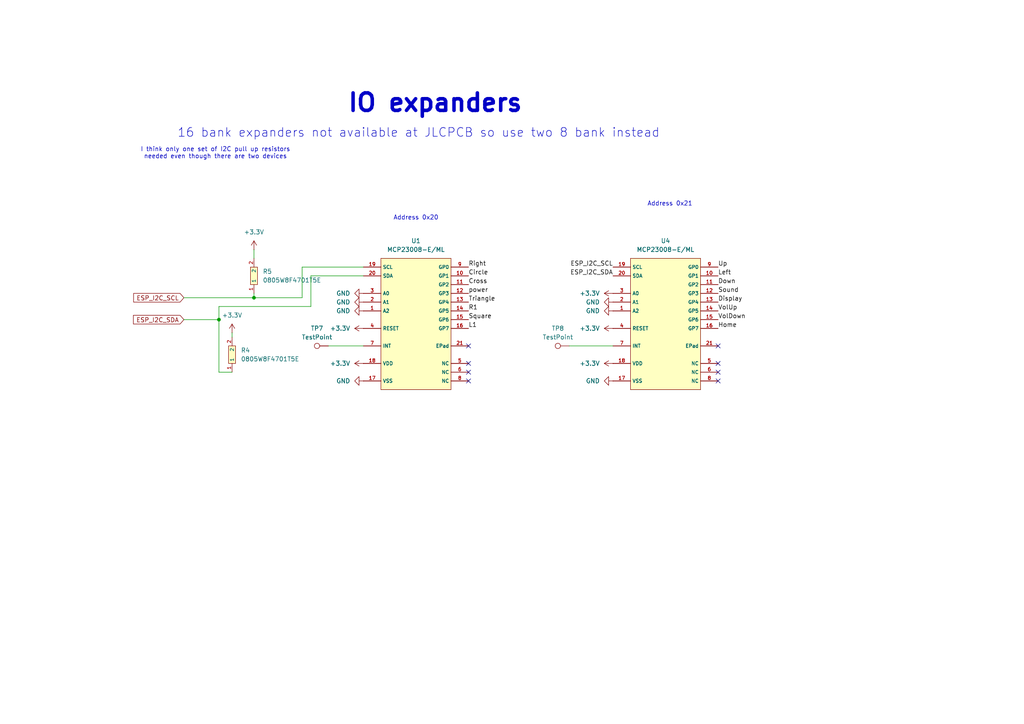
<source format=kicad_sch>
(kicad_sch (version 20231120) (generator "eeschema") (generator_version "8.0")
  (paper "A4")
  (title_block (title "PSP-Bluetooth") (date "2024-07-25") (rev "0.1") (comment 2 "https://github.com/ste2425/PSP-Bluetooth") (comment 4 "UNDER REVIEW - SUBJECT TO CHANGE"))
  (lib_symbols
    (symbol "Connector:TestPoint" (pin_numbers hide) (pin_names (offset 0.762) hide)
      (property "Reference" "TP" (at 0 6.858 0))
      (property "Value" "TestPoint" (at 0 5.08 0))
      (symbol "TestPoint_0_1"
        (circle (center 0 3.302) (radius 0.762))
      )
      (symbol "TestPoint_1_1"
        (pin passive line (at 0 0 90) (length 2.54) (name "1") (number "1"))
      )
    )
    (symbol "JLCPCB_schematic:0805W8F4701T5E"
      (property "Reference" "R" (at 0 1.27 0))
      (property "Value" "0805W8F4701T5E" (at 0 -2.54 0))
      (symbol "0805W8F4701T5E_0_1"
        (rectangle (start -2.54 1.016) (end 2.54 -1.016) (fill (type background)))
        (pin input line (at -5.08 0 0) (length 2.54) (name "1") (number "1"))
        (pin input line (at 5.08 0 180) (length 2.54) (name "2") (number "2"))
      )
    )
    (symbol "JLCPCB_schematic:MCP23008-E/ML"
      (property "Reference" "U" (at 0 1.27 0))
      (property "Value" "MCP23008-E{slash}ML" (at 0 -2.54 0))
      (symbol "MCP23008-E/ML_0_1"
        (rectangle (start -10.16 19.05) (end 10.16 -19.05) (fill (type background)))
        (pin unspecified line (at -15.24 3.81 0) (length 5.08) (name "A2") (number "1"))
        (pin bidirectional line (at 15.24 13.97 180) (length 5.08) (name "GP1") (number "10"))
        (pin bidirectional line (at 15.24 11.43 180) (length 5.08) (name "GP2") (number "11"))
        (pin bidirectional line (at 15.24 8.89 180) (length 5.08) (name "GP3") (number "12"))
        (pin bidirectional line (at 15.24 6.35 180) (length 5.08) (name "GP4") (number "13"))
        (pin bidirectional line (at 15.24 3.81 180) (length 5.08) (name "GP5") (number "14"))
        (pin bidirectional line (at 15.24 1.27 180) (length 5.08) (name "GP6") (number "15"))
        (pin bidirectional line (at 15.24 -1.27 180) (length 5.08) (name "GP7") (number "16"))
        (pin power_in line (at -15.24 -16.51 0) (length 5.08) (name "VSS") (number "17"))
        (pin power_in line (at -15.24 -11.43 0) (length 5.08) (name "VDD") (number "18"))
        (pin unspecified line (at -15.24 16.51 0) (length 5.08) (name "SCL") (number "19"))
        (pin unspecified line (at -15.24 6.35 0) (length 5.08) (name "A1") (number "2"))
        (pin bidirectional line (at -15.24 13.97 0) (length 5.08) (name "SDA") (number "20"))
        (pin unspecified line (at 15.24 -6.35 180) (length 5.08) (name "EPad") (number "21"))
        (pin unspecified line (at -15.24 8.89 0) (length 5.08) (name "A0") (number "3"))
        (pin unspecified line (at -15.24 -1.27 0) (length 5.08) (name "RESET") (number "4"))
        (pin unspecified line (at 15.24 -11.43 180) (length 5.08) (name "NC") (number "5"))
        (pin unspecified line (at 15.24 -13.97 180) (length 5.08) (name "NC") (number "6"))
        (pin unspecified line (at -15.24 -6.35 0) (length 5.08) (name "INT") (number "7"))
        (pin unspecified line (at 15.24 -16.51 180) (length 5.08) (name "NC") (number "8"))
        (pin bidirectional line (at 15.24 16.51 180) (length 5.08) (name "GP0") (number "9"))
      )
    )
    (symbol "power:+3.3V" (power) (pin_numbers hide) (pin_names (offset 0) hide)
      (property "Value" "+3.3V" (at 0 3.556 0))
      (symbol "+3.3V_0_1"
        (polyline (pts (xy -0.762 1.27) (xy 0 2.54)))
        (polyline (pts (xy 0 0) (xy 0 2.54)))
        (polyline (pts (xy 0 2.54) (xy 0.762 1.27)))
      )
      (symbol "+3.3V_1_1"
        (pin power_in line (at 0 0 90) (length 0) (name "~") (number "1"))
      )
    )
    (symbol "power:GND" (power) (pin_numbers hide) (pin_names (offset 0) hide)
      (property "Value" "GND" (at 0 -3.81 0))
      (symbol "GND_0_1"
        (polyline (pts (xy 0 0) (xy 0 -1.27) (xy 1.27 -1.27) (xy 0 -2.54) (xy -1.27 -1.27) (xy 0 -1.27)))
      )
      (symbol "GND_1_1"
        (pin power_in line (at 0 0 270) (length 0) (name "~") (number "1"))
      )
    )
  )
  (junction (at 63.5 92.71))
  (junction (at 73.66 86.36))
  (no_connect (at 208.28 107.95))
  (no_connect (at 135.89 100.33))
  (no_connect (at 135.89 105.41))
  (no_connect (at 135.89 107.95))
  (no_connect (at 135.89 110.49))
  (no_connect (at 208.28 100.33))
  (no_connect (at 208.28 105.41))
  (no_connect (at 208.28 110.49))
  (wire (pts (xy 73.66 86.36) (xy 87.63 86.36)))
  (wire (pts (xy 165.1 100.33) (xy 177.8 100.33)))
  (wire (pts (xy 63.5 92.71) (xy 63.5 88.9)))
  (wire (pts (xy 67.31 96.52) (xy 67.31 97.79)))
  (wire (pts (xy 53.34 86.36) (xy 73.66 86.36)))
  (wire (pts (xy 95.25 100.33) (xy 105.41 100.33)))
  (wire (pts (xy 63.5 88.9) (xy 90.17 88.9)))
  (wire (pts (xy 87.63 86.36) (xy 87.63 77.47)))
  (wire (pts (xy 63.5 107.95) (xy 63.5 92.71)))
  (wire (pts (xy 105.41 80.01) (xy 90.17 80.01)))
  (wire (pts (xy 73.66 72.39) (xy 73.66 74.93)))
  (wire (pts (xy 53.34 92.71) (xy 63.5 92.71)))
  (wire (pts (xy 87.63 77.47) (xy 105.41 77.47)))
  (wire (pts (xy 73.66 85.09) (xy 73.66 86.36)))
  (wire (pts (xy 90.17 80.01) (xy 90.17 88.9)))
  (wire (pts (xy 67.31 107.95) (xy 63.5 107.95)))
  (text "Address 0x20" (at 120.65 63.246 0) (effects (font (size 1.27 1.27))))
  (text "16 bank expanders not available at JLCPCB so use two 8 bank instead" (at 121.412 38.608 0) (effects (font (size 2.54 2.54))))
  (text "Address 0x21" (at 194.31 59.182 0) (effects (font (size 1.27 1.27))))
  (text "I think only one set of I2C pull up resistors\nneeded even though there are two devices" (at 62.484 44.45 0) (effects (font (size 1.27 1.27))))
  (text "IO expanders" (at 126.238 29.972 0) (effects (font (size 5.08 5.08) (bold yes))))
  (label "Cross" (at 135.89 82.55 0))
  (label "power" (at 135.89 85.09 0))
  (label "Square" (at 135.89 92.71 0))
  (label "VolUp" (at 208.28 90.17 0))
  (label "ESP_I2C_SDA" (at 177.8 80.01 180))
  (label "VolDown" (at 208.28 92.71 0))
  (label "R1" (at 135.89 90.17 0))
  (label "Right" (at 135.89 77.47 0))
  (label "Sound" (at 208.28 85.09 0))
  (label "Down" (at 208.28 82.55 0))
  (label "Display" (at 208.28 87.63 0))
  (label "Triangle" (at 135.89 87.63 0))
  (label "ESP_I2C_SCL" (at 177.8 77.47 180))
  (label "Left" (at 208.28 80.01 0))
  (label "Circle" (at 135.89 80.01 0))
  (label "L1" (at 135.89 95.25 0))
  (label "Up" (at 208.28 77.47 0))
  (label "Home" (at 208.28 95.25 0))
  (global_label "ESP_I2C_SDA" (shape input) (at 53.34 92.71 180) (property "Intersheetrefs" "${INTERSHEET_REFS}" (effects (hide yes))))
  (global_label "ESP_I2C_SCL" (shape input) (at 53.34 86.36 180) (property "Intersheetrefs" "${INTERSHEET_REFS}" (effects (hide yes))))
  (symbol (lib_id "Connector:TestPoint") (at 95.25 100.33 90) (unit 1)
    (property "Reference" "TP7" (at 91.948 95.25 90))
    (property "Value" "TestPoint" (at 91.948 97.79 90))
    (property "Footprint" "TestPoint:TestPoint_Pad_1.5x1.5mm" (effects (hide yes)))
    (property "Description" "test point" (effects (hide yes)))
  )
  (symbol (lib_id "power:+3.3V") (at 73.66 72.39 0) (unit 1)
    (property "Reference" "#PWR012" (effects (hide yes)))
    (property "Value" "+3.3V" (at 73.66 67.31 0))
    (property "Description" "Power symbol creates a global label with name \"+3.3V\"" (effects (hide yes)))
  )
  (symbol (lib_id "power:+3.3V") (at 177.8 85.09 90) (unit 1)
    (property "Reference" "#PWR043" (effects (hide yes)))
    (property "Value" "+3.3V" (at 173.99 85.0899 90) (effects (justify left)))
    (property "Description" "Power symbol creates a global label with name \"+3.3V\"" (effects (hide yes)))
  )
  (symbol (lib_id "power:+3.3V") (at 177.8 95.25 90) (unit 1)
    (property "Reference" "#PWR048" (effects (hide yes)))
    (property "Value" "+3.3V" (at 173.99 95.2499 90) (effects (justify left)))
    (property "Description" "Power symbol creates a global label with name \"+3.3V\"" (effects (hide yes)))
  )
  (symbol (lib_id "power:GND") (at 105.41 90.17 270) (unit 1)
    (property "Reference" "#PWR030" (effects (hide yes)))
    (property "Value" "GND" (at 101.6 90.1699 90) (effects (justify right)))
    (property "Description" "Power symbol creates a global label with name \"GND\" , ground" (effects (hide yes)))
  )
  (symbol (lib_id "power:GND") (at 177.8 110.49 270) (unit 1)
    (property "Reference" "#PWR050" (effects (hide yes)))
    (property "Value" "GND" (at 173.99 110.4899 90) (effects (justify right)))
    (property "Description" "Power symbol creates a global label with name \"GND\" , ground" (effects (hide yes)))
  )
  (symbol (lib_id "JLCPCB_schematic:0805W8F4701T5E") (at 73.66 80.01 90) (unit 1)
    (property "Reference" "R5" (at 76.2 78.7399 90) (effects (justify right)))
    (property "Value" "0805W8F4701T5E" (at 76.2 81.2799 90) (effects (justify right)))
    (property "Footprint" "JLCPCB_footprint:R0805" (effects (hide yes)))
    (property "Datasheet" "https://item.szlcsc.com/142685.html" (effects (hide yes)))
    (property "Description" "4.7K" (effects (hide yes)))
    (property "LCSC" "C17673" (effects (hide yes)))
  )
  (symbol (lib_id "power:+3.3V") (at 67.31 96.52 0) (unit 1)
    (property "Reference" "#PWR03" (effects (hide yes)))
    (property "Value" "+3.3V" (at 67.31 91.44 0))
    (property "Description" "Power symbol creates a global label with name \"+3.3V\"" (effects (hide yes)))
  )
  (symbol (lib_id "power:+3.3V") (at 105.41 105.41 90) (unit 1)
    (property "Reference" "#PWR041" (effects (hide yes)))
    (property "Value" "+3.3V" (at 101.6 105.4099 90) (effects (justify left)))
    (property "Description" "Power symbol creates a global label with name \"+3.3V\"" (effects (hide yes)))
  )
  (symbol (lib_id "power:+3.3V") (at 177.8 105.41 90) (unit 1)
    (property "Reference" "#PWR049" (effects (hide yes)))
    (property "Value" "+3.3V" (at 173.99 105.4099 90) (effects (justify left)))
    (property "Description" "Power symbol creates a global label with name \"+3.3V\"" (effects (hide yes)))
  )
  (symbol (lib_id "Connector:TestPoint") (at 165.1 100.33 90) (unit 1)
    (property "Reference" "TP8" (at 161.798 95.25 90))
    (property "Value" "TestPoint" (at 161.798 97.79 90))
    (property "Footprint" "TestPoint:TestPoint_Pad_1.5x1.5mm" (effects (hide yes)))
    (property "Description" "test point" (effects (hide yes)))
  )
  (symbol (lib_id "power:+3.3V") (at 105.41 95.25 90) (unit 1)
    (property "Reference" "#PWR031" (effects (hide yes)))
    (property "Value" "+3.3V" (at 101.6 95.2499 90) (effects (justify left)))
    (property "Description" "Power symbol creates a global label with name \"+3.3V\"" (effects (hide yes)))
  )
  (symbol (lib_id "power:GND") (at 105.41 87.63 270) (unit 1)
    (property "Reference" "#PWR020" (effects (hide yes)))
    (property "Value" "GND" (at 101.6 87.6299 90) (effects (justify right)))
    (property "Description" "Power symbol creates a global label with name \"GND\" , ground" (effects (hide yes)))
  )
  (symbol (lib_id "power:GND") (at 177.8 90.17 270) (unit 1)
    (property "Reference" "#PWR046" (effects (hide yes)))
    (property "Value" "GND" (at 173.99 90.1699 90) (effects (justify right)))
    (property "Description" "Power symbol creates a global label with name \"GND\" , ground" (effects (hide yes)))
  )
  (symbol (lib_id "power:GND") (at 105.41 85.09 270) (unit 1)
    (property "Reference" "#PWR015" (effects (hide yes)))
    (property "Value" "GND" (at 101.6 85.0899 90) (effects (justify right)))
    (property "Description" "Power symbol creates a global label with name \"GND\" , ground" (effects (hide yes)))
  )
  (symbol (lib_id "JLCPCB_schematic:MCP23008-E/ML") (at 120.65 93.98 0) (unit 1)
    (property "Reference" "U1" (at 120.65 69.85 0))
    (property "Value" "MCP23008-E/ML" (at 120.65 72.39 0))
    (property "Footprint" "JLCPCB_footprint:QFN-20_L4.0-W4.0-P0.50-BL-EP2.7" (effects (hide yes)))
    (property "Datasheet" "https://item.szlcsc.com/476102.html" (effects (hide yes)))
    (property "Description" "IO Expander 8pin" (effects (hide yes)))
    (property "LCSC" "C144211" (effects (hide yes)))
  )
  (symbol (lib_id "power:GND") (at 105.41 110.49 270) (unit 1)
    (property "Reference" "#PWR042" (effects (hide yes)))
    (property "Value" "GND" (at 101.6 110.4899 90) (effects (justify right)))
    (property "Description" "Power symbol creates a global label with name \"GND\" , ground" (effects (hide yes)))
  )
  (symbol (lib_id "power:GND") (at 177.8 87.63 270) (unit 1)
    (property "Reference" "#PWR045" (effects (hide yes)))
    (property "Value" "GND" (at 173.99 87.6299 90) (effects (justify right)))
    (property "Description" "Power symbol creates a global label with name \"GND\" , ground" (effects (hide yes)))
  )
  (symbol (lib_id "JLCPCB_schematic:MCP23008-E/ML") (at 193.04 93.98 0) (unit 1)
    (property "Reference" "U4" (at 193.04 69.85 0))
    (property "Value" "MCP23008-E/ML" (at 193.04 72.39 0))
    (property "Footprint" "JLCPCB_footprint:QFN-20_L4.0-W4.0-P0.50-BL-EP2.7" (effects (hide yes)))
    (property "Datasheet" "https://item.szlcsc.com/476102.html" (effects (hide yes)))
    (property "Description" "IO Expander 8pin" (effects (hide yes)))
    (property "LCSC" "C144211" (effects (hide yes)))
  )
  (symbol (lib_id "JLCPCB_schematic:0805W8F4701T5E") (at 67.31 102.87 90) (unit 1)
    (property "Reference" "R4" (at 69.85 101.5999 90) (effects (justify right)))
    (property "Value" "0805W8F4701T5E" (at 69.85 104.1399 90) (effects (justify right)))
    (property "Footprint" "JLCPCB_footprint:R0805" (effects (hide yes)))
    (property "Datasheet" "https://item.szlcsc.com/142685.html" (effects (hide yes)))
    (property "Description" "4.7K" (effects (hide yes)))
    (property "LCSC" "C17673" (effects (hide yes)))
  )
)
</source>
